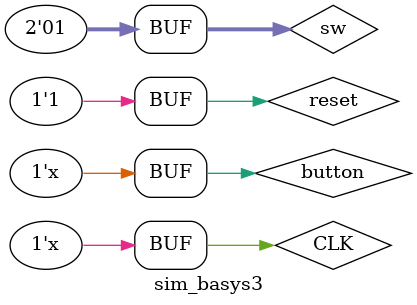
<source format=v>
`timescale 1ns / 1ps


module sim_basys3(

    );
    
    reg button;
    reg [1:0]sw;
    reg CLK;
    reg reset;
    wire [7:0]digit_out;
    wire [3:0]an;
    
    basys3 basys3(button,sw,CLK,reset,digit_out,an);
    
    initial begin
    CLK=1;
     reset=0;
     sw=1;
     button=1;
    #20 reset=1;
    end
    always #5  CLK=!CLK; 
    always #50000 button=!button;
endmodule

</source>
